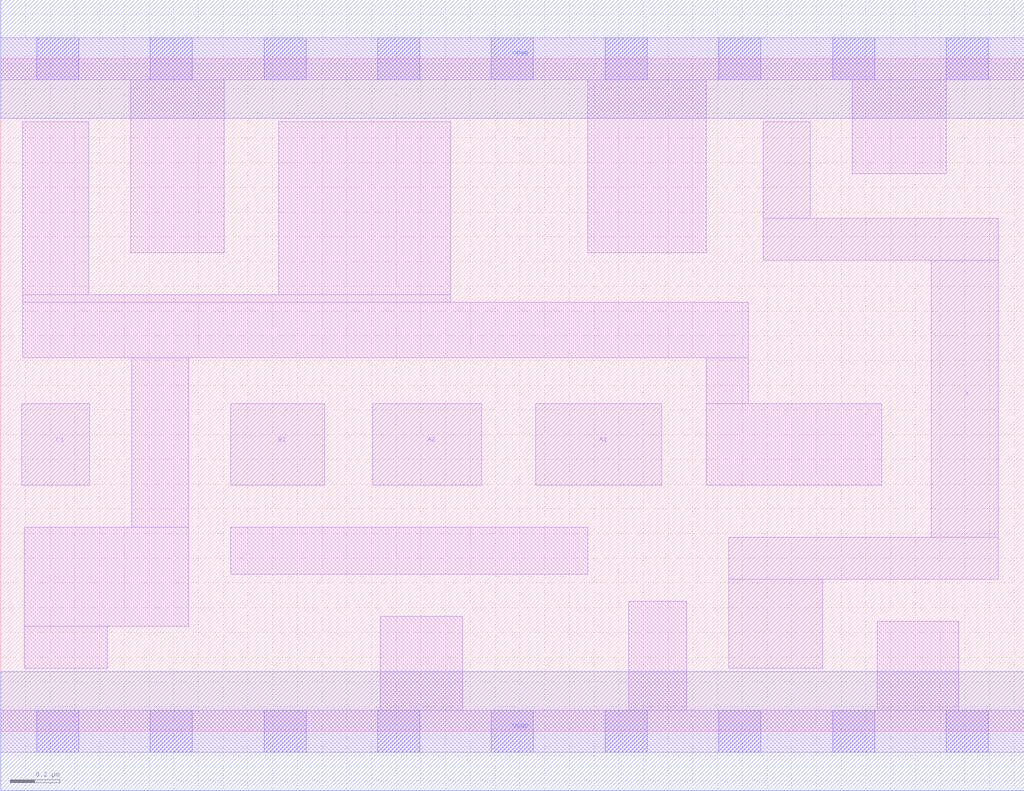
<source format=lef>
# Copyright 2020 The SkyWater PDK Authors
#
# Licensed under the Apache License, Version 2.0 (the "License");
# you may not use this file except in compliance with the License.
# You may obtain a copy of the License at
#
#     https://www.apache.org/licenses/LICENSE-2.0
#
# Unless required by applicable law or agreed to in writing, software
# distributed under the License is distributed on an "AS IS" BASIS,
# WITHOUT WARRANTIES OR CONDITIONS OF ANY KIND, either express or implied.
# See the License for the specific language governing permissions and
# limitations under the License.
#
# SPDX-License-Identifier: Apache-2.0

VERSION 5.7 ;
  NAMESCASESENSITIVE ON ;
  NOWIREEXTENSIONATPIN ON ;
  DIVIDERCHAR "/" ;
  BUSBITCHARS "[]" ;
UNITS
  DATABASE MICRONS 200 ;
END UNITS
PROPERTYDEFINITIONS
  MACRO maskLayoutSubType STRING ;
  MACRO prCellType STRING ;
  MACRO originalViewName STRING ;
END PROPERTYDEFINITIONS
MACRO sky130_fd_sc_hdll__o211a_2
  CLASS CORE ;
  FOREIGN sky130_fd_sc_hdll__o211a_2 ;
  ORIGIN  0.000000  0.000000 ;
  SIZE  4.140000 BY  2.720000 ;
  SYMMETRY X Y R90 ;
  SITE unithd ;
  PIN A1
    ANTENNAGATEAREA  0.277500 ;
    DIRECTION INPUT ;
    USE SIGNAL ;
    PORT
      LAYER li1 ;
        RECT 2.165000 0.995000 2.675000 1.325000 ;
    END
  END A1
  PIN A2
    ANTENNAGATEAREA  0.277500 ;
    DIRECTION INPUT ;
    USE SIGNAL ;
    PORT
      LAYER li1 ;
        RECT 1.505000 0.995000 1.945000 1.325000 ;
    END
  END A2
  PIN B1
    ANTENNAGATEAREA  0.277500 ;
    DIRECTION INPUT ;
    USE SIGNAL ;
    PORT
      LAYER li1 ;
        RECT 0.930000 0.995000 1.310000 1.325000 ;
    END
  END B1
  PIN C1
    ANTENNAGATEAREA  0.277500 ;
    DIRECTION INPUT ;
    USE SIGNAL ;
    PORT
      LAYER li1 ;
        RECT 0.085000 0.995000 0.360000 1.325000 ;
    END
  END C1
  PIN X
    ANTENNADIFFAREA  0.534000 ;
    DIRECTION OUTPUT ;
    USE SIGNAL ;
    PORT
      LAYER li1 ;
        RECT 2.945000 0.255000 3.325000 0.615000 ;
        RECT 2.945000 0.615000 4.035000 0.785000 ;
        RECT 3.085000 1.905000 4.035000 2.075000 ;
        RECT 3.085000 2.075000 3.275000 2.465000 ;
        RECT 3.765000 0.785000 4.035000 1.905000 ;
    END
  END X
  PIN VGND
    DIRECTION INOUT ;
    USE GROUND ;
    PORT
      LAYER met1 ;
        RECT 0.000000 -0.240000 4.140000 0.240000 ;
    END
  END VGND
  PIN VPWR
    DIRECTION INOUT ;
    USE POWER ;
    PORT
      LAYER met1 ;
        RECT 0.000000 2.480000 4.140000 2.960000 ;
    END
  END VPWR
  OBS
    LAYER li1 ;
      RECT 0.000000 -0.085000 4.140000 0.085000 ;
      RECT 0.000000  2.635000 4.140000 2.805000 ;
      RECT 0.090000  1.510000 3.025000 1.735000 ;
      RECT 0.090000  1.735000 1.820000 1.765000 ;
      RECT 0.090000  1.765000 0.355000 2.465000 ;
      RECT 0.095000  0.255000 0.430000 0.425000 ;
      RECT 0.095000  0.425000 0.760000 0.825000 ;
      RECT 0.525000  1.935000 0.905000 2.635000 ;
      RECT 0.530000  0.825000 0.760000 1.510000 ;
      RECT 0.930000  0.635000 2.375000 0.825000 ;
      RECT 1.125000  1.765000 1.820000 2.465000 ;
      RECT 1.535000  0.085000 1.870000 0.465000 ;
      RECT 2.375000  1.935000 2.855000 2.635000 ;
      RECT 2.540000  0.085000 2.775000 0.525000 ;
      RECT 2.855000  0.995000 3.565000 1.325000 ;
      RECT 2.855000  1.325000 3.025000 1.510000 ;
      RECT 3.445000  2.255000 3.825000 2.635000 ;
      RECT 3.545000  0.085000 3.875000 0.445000 ;
    LAYER mcon ;
      RECT 0.145000 -0.085000 0.315000 0.085000 ;
      RECT 0.145000  2.635000 0.315000 2.805000 ;
      RECT 0.605000 -0.085000 0.775000 0.085000 ;
      RECT 0.605000  2.635000 0.775000 2.805000 ;
      RECT 1.065000 -0.085000 1.235000 0.085000 ;
      RECT 1.065000  2.635000 1.235000 2.805000 ;
      RECT 1.525000 -0.085000 1.695000 0.085000 ;
      RECT 1.525000  2.635000 1.695000 2.805000 ;
      RECT 1.985000 -0.085000 2.155000 0.085000 ;
      RECT 1.985000  2.635000 2.155000 2.805000 ;
      RECT 2.445000 -0.085000 2.615000 0.085000 ;
      RECT 2.445000  2.635000 2.615000 2.805000 ;
      RECT 2.905000 -0.085000 3.075000 0.085000 ;
      RECT 2.905000  2.635000 3.075000 2.805000 ;
      RECT 3.365000 -0.085000 3.535000 0.085000 ;
      RECT 3.365000  2.635000 3.535000 2.805000 ;
      RECT 3.825000 -0.085000 3.995000 0.085000 ;
      RECT 3.825000  2.635000 3.995000 2.805000 ;
  END
  PROPERTY maskLayoutSubType "abstract" ;
  PROPERTY prCellType "standard" ;
  PROPERTY originalViewName "layout" ;
END sky130_fd_sc_hdll__o211a_2
END LIBRARY

</source>
